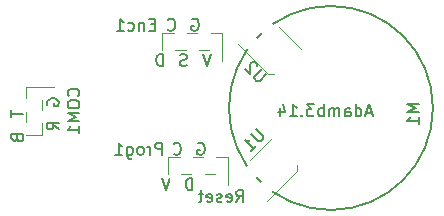
<source format=gbo>
G04 #@! TF.GenerationSoftware,KiCad,Pcbnew,5.1.5+dfsg1-2build2*
G04 #@! TF.CreationDate,2021-07-03T20:40:34+02:00*
G04 #@! TF.ProjectId,combined,636f6d62-696e-4656-942e-6b696361645f,rev?*
G04 #@! TF.SameCoordinates,Original*
G04 #@! TF.FileFunction,Legend,Bot*
G04 #@! TF.FilePolarity,Positive*
%FSLAX46Y46*%
G04 Gerber Fmt 4.6, Leading zero omitted, Abs format (unit mm)*
G04 Created by KiCad (PCBNEW 5.1.5+dfsg1-2build2) date 2021-07-03 20:40:34*
%MOMM*%
%LPD*%
G04 APERTURE LIST*
%ADD10C,0.150000*%
%ADD11C,0.120000*%
%ADD12C,1.202000*%
%ADD13C,0.100000*%
%ADD14C,3.602000*%
%ADD15R,0.702000X1.852000*%
%ADD16R,1.852000X0.702000*%
%ADD17O,1.652000X0.992000*%
%ADD18O,1.052000X1.352000*%
G04 APERTURE END LIST*
D10*
X81000000Y-33511904D02*
X80952380Y-33416666D01*
X80952380Y-33273809D01*
X81000000Y-33130952D01*
X81095238Y-33035714D01*
X81190476Y-32988095D01*
X81380952Y-32940476D01*
X81523809Y-32940476D01*
X81714285Y-32988095D01*
X81809523Y-33035714D01*
X81904761Y-33130952D01*
X81952380Y-33273809D01*
X81952380Y-33369047D01*
X81904761Y-33511904D01*
X81857142Y-33559523D01*
X81523809Y-33559523D01*
X81523809Y-33369047D01*
X81952380Y-35559523D02*
X81476190Y-35226190D01*
X81952380Y-34988095D02*
X80952380Y-34988095D01*
X80952380Y-35369047D01*
X81000000Y-35464285D01*
X81047619Y-35511904D01*
X81142857Y-35559523D01*
X81285714Y-35559523D01*
X81380952Y-35511904D01*
X81428571Y-35464285D01*
X81476190Y-35369047D01*
X81476190Y-34988095D01*
X77952380Y-33964285D02*
X77952380Y-34535714D01*
X78952380Y-34250000D02*
X77952380Y-34250000D01*
X78428571Y-36321428D02*
X78476190Y-36464285D01*
X78523809Y-36511904D01*
X78619047Y-36559523D01*
X78761904Y-36559523D01*
X78857142Y-36511904D01*
X78904761Y-36464285D01*
X78952380Y-36369047D01*
X78952380Y-35988095D01*
X77952380Y-35988095D01*
X77952380Y-36321428D01*
X78000000Y-36416666D01*
X78047619Y-36464285D01*
X78142857Y-36511904D01*
X78238095Y-36511904D01*
X78333333Y-36464285D01*
X78380952Y-36416666D01*
X78428571Y-36321428D01*
X78428571Y-35988095D01*
X90761904Y-30202380D02*
X90761904Y-29202380D01*
X90523809Y-29202380D01*
X90380952Y-29250000D01*
X90285714Y-29345238D01*
X90238095Y-29440476D01*
X90190476Y-29630952D01*
X90190476Y-29773809D01*
X90238095Y-29964285D01*
X90285714Y-30059523D01*
X90380952Y-30154761D01*
X90523809Y-30202380D01*
X90761904Y-30202380D01*
X91190476Y-27107142D02*
X91238095Y-27154761D01*
X91380952Y-27202380D01*
X91476190Y-27202380D01*
X91619047Y-27154761D01*
X91714285Y-27059523D01*
X91761904Y-26964285D01*
X91809523Y-26773809D01*
X91809523Y-26630952D01*
X91761904Y-26440476D01*
X91714285Y-26345238D01*
X91619047Y-26250000D01*
X91476190Y-26202380D01*
X91380952Y-26202380D01*
X91238095Y-26250000D01*
X91190476Y-26297619D01*
X92785714Y-30154761D02*
X92642857Y-30202380D01*
X92404761Y-30202380D01*
X92309523Y-30154761D01*
X92261904Y-30107142D01*
X92214285Y-30011904D01*
X92214285Y-29916666D01*
X92261904Y-29821428D01*
X92309523Y-29773809D01*
X92404761Y-29726190D01*
X92595238Y-29678571D01*
X92690476Y-29630952D01*
X92738095Y-29583333D01*
X92785714Y-29488095D01*
X92785714Y-29392857D01*
X92738095Y-29297619D01*
X92690476Y-29250000D01*
X92595238Y-29202380D01*
X92357142Y-29202380D01*
X92214285Y-29250000D01*
X93238095Y-26250000D02*
X93333333Y-26202380D01*
X93476190Y-26202380D01*
X93619047Y-26250000D01*
X93714285Y-26345238D01*
X93761904Y-26440476D01*
X93809523Y-26630952D01*
X93809523Y-26773809D01*
X93761904Y-26964285D01*
X93714285Y-27059523D01*
X93619047Y-27154761D01*
X93476190Y-27202380D01*
X93380952Y-27202380D01*
X93238095Y-27154761D01*
X93190476Y-27107142D01*
X93190476Y-26773809D01*
X93380952Y-26773809D01*
X94833333Y-29202380D02*
X94500000Y-30202380D01*
X94166666Y-29202380D01*
X91690476Y-37607142D02*
X91738095Y-37654761D01*
X91880952Y-37702380D01*
X91976190Y-37702380D01*
X92119047Y-37654761D01*
X92214285Y-37559523D01*
X92261904Y-37464285D01*
X92309523Y-37273809D01*
X92309523Y-37130952D01*
X92261904Y-36940476D01*
X92214285Y-36845238D01*
X92119047Y-36750000D01*
X91976190Y-36702380D01*
X91880952Y-36702380D01*
X91738095Y-36750000D01*
X91690476Y-36797619D01*
X93261904Y-40702380D02*
X93261904Y-39702380D01*
X93023809Y-39702380D01*
X92880952Y-39750000D01*
X92785714Y-39845238D01*
X92738095Y-39940476D01*
X92690476Y-40130952D01*
X92690476Y-40273809D01*
X92738095Y-40464285D01*
X92785714Y-40559523D01*
X92880952Y-40654761D01*
X93023809Y-40702380D01*
X93261904Y-40702380D01*
X96988095Y-41702380D02*
X97321428Y-41226190D01*
X97559523Y-41702380D02*
X97559523Y-40702380D01*
X97178571Y-40702380D01*
X97083333Y-40750000D01*
X97035714Y-40797619D01*
X96988095Y-40892857D01*
X96988095Y-41035714D01*
X97035714Y-41130952D01*
X97083333Y-41178571D01*
X97178571Y-41226190D01*
X97559523Y-41226190D01*
X96178571Y-41654761D02*
X96273809Y-41702380D01*
X96464285Y-41702380D01*
X96559523Y-41654761D01*
X96607142Y-41559523D01*
X96607142Y-41178571D01*
X96559523Y-41083333D01*
X96464285Y-41035714D01*
X96273809Y-41035714D01*
X96178571Y-41083333D01*
X96130952Y-41178571D01*
X96130952Y-41273809D01*
X96607142Y-41369047D01*
X95750000Y-41654761D02*
X95654761Y-41702380D01*
X95464285Y-41702380D01*
X95369047Y-41654761D01*
X95321428Y-41559523D01*
X95321428Y-41511904D01*
X95369047Y-41416666D01*
X95464285Y-41369047D01*
X95607142Y-41369047D01*
X95702380Y-41321428D01*
X95750000Y-41226190D01*
X95750000Y-41178571D01*
X95702380Y-41083333D01*
X95607142Y-41035714D01*
X95464285Y-41035714D01*
X95369047Y-41083333D01*
X94511904Y-41654761D02*
X94607142Y-41702380D01*
X94797619Y-41702380D01*
X94892857Y-41654761D01*
X94940476Y-41559523D01*
X94940476Y-41178571D01*
X94892857Y-41083333D01*
X94797619Y-41035714D01*
X94607142Y-41035714D01*
X94511904Y-41083333D01*
X94464285Y-41178571D01*
X94464285Y-41273809D01*
X94940476Y-41369047D01*
X94178571Y-41035714D02*
X93797619Y-41035714D01*
X94035714Y-40702380D02*
X94035714Y-41559523D01*
X93988095Y-41654761D01*
X93892857Y-41702380D01*
X93797619Y-41702380D01*
X93738095Y-36750000D02*
X93833333Y-36702380D01*
X93976190Y-36702380D01*
X94119047Y-36750000D01*
X94214285Y-36845238D01*
X94261904Y-36940476D01*
X94309523Y-37130952D01*
X94309523Y-37273809D01*
X94261904Y-37464285D01*
X94214285Y-37559523D01*
X94119047Y-37654761D01*
X93976190Y-37702380D01*
X93880952Y-37702380D01*
X93738095Y-37654761D01*
X93690476Y-37607142D01*
X93690476Y-37273809D01*
X93880952Y-37273809D01*
X91333333Y-39702380D02*
X91000000Y-40702380D01*
X90666666Y-39702380D01*
X108428571Y-34166666D02*
X107952380Y-34166666D01*
X108523809Y-34452380D02*
X108190476Y-33452380D01*
X107857142Y-34452380D01*
X107095238Y-34452380D02*
X107095238Y-33452380D01*
X107095238Y-34404761D02*
X107190476Y-34452380D01*
X107380952Y-34452380D01*
X107476190Y-34404761D01*
X107523809Y-34357142D01*
X107571428Y-34261904D01*
X107571428Y-33976190D01*
X107523809Y-33880952D01*
X107476190Y-33833333D01*
X107380952Y-33785714D01*
X107190476Y-33785714D01*
X107095238Y-33833333D01*
X106190476Y-34452380D02*
X106190476Y-33928571D01*
X106238095Y-33833333D01*
X106333333Y-33785714D01*
X106523809Y-33785714D01*
X106619047Y-33833333D01*
X106190476Y-34404761D02*
X106285714Y-34452380D01*
X106523809Y-34452380D01*
X106619047Y-34404761D01*
X106666666Y-34309523D01*
X106666666Y-34214285D01*
X106619047Y-34119047D01*
X106523809Y-34071428D01*
X106285714Y-34071428D01*
X106190476Y-34023809D01*
X105714285Y-34452380D02*
X105714285Y-33785714D01*
X105714285Y-33880952D02*
X105666666Y-33833333D01*
X105571428Y-33785714D01*
X105428571Y-33785714D01*
X105333333Y-33833333D01*
X105285714Y-33928571D01*
X105285714Y-34452380D01*
X105285714Y-33928571D02*
X105238095Y-33833333D01*
X105142857Y-33785714D01*
X105000000Y-33785714D01*
X104904761Y-33833333D01*
X104857142Y-33928571D01*
X104857142Y-34452380D01*
X104380952Y-34452380D02*
X104380952Y-33452380D01*
X104380952Y-33833333D02*
X104285714Y-33785714D01*
X104095238Y-33785714D01*
X104000000Y-33833333D01*
X103952380Y-33880952D01*
X103904761Y-33976190D01*
X103904761Y-34261904D01*
X103952380Y-34357142D01*
X104000000Y-34404761D01*
X104095238Y-34452380D01*
X104285714Y-34452380D01*
X104380952Y-34404761D01*
X103571428Y-33452380D02*
X102952380Y-33452380D01*
X103285714Y-33833333D01*
X103142857Y-33833333D01*
X103047619Y-33880952D01*
X103000000Y-33928571D01*
X102952380Y-34023809D01*
X102952380Y-34261904D01*
X103000000Y-34357142D01*
X103047619Y-34404761D01*
X103142857Y-34452380D01*
X103428571Y-34452380D01*
X103523809Y-34404761D01*
X103571428Y-34357142D01*
X102523809Y-34357142D02*
X102476190Y-34404761D01*
X102523809Y-34452380D01*
X102571428Y-34404761D01*
X102523809Y-34357142D01*
X102523809Y-34452380D01*
X101523809Y-34452380D02*
X102095238Y-34452380D01*
X101809523Y-34452380D02*
X101809523Y-33452380D01*
X101904761Y-33595238D01*
X102000000Y-33690476D01*
X102095238Y-33738095D01*
X100666666Y-33785714D02*
X100666666Y-34452380D01*
X100904761Y-33404761D02*
X101142857Y-34119047D01*
X100523809Y-34119047D01*
D11*
X100152117Y-30845082D02*
X99685427Y-30845082D01*
X99685427Y-30845082D02*
X97153984Y-28313640D01*
X100597595Y-26892355D02*
X102436072Y-28730833D01*
X102095082Y-38597883D02*
X102095082Y-39064573D01*
X102095082Y-39064573D02*
X99563640Y-41596016D01*
X98142355Y-38152405D02*
X99980833Y-36313928D01*
D10*
X113636934Y-33750000D02*
G75*
G03X113636934Y-33750000I-8636934J0D01*
G01*
D11*
X95810000Y-28820000D02*
X95810000Y-27430000D01*
X90690000Y-28820000D02*
X90690000Y-27430000D01*
X95810000Y-28820000D02*
X95810000Y-29815000D01*
X95810000Y-28820000D02*
X95810000Y-28820000D01*
X90690000Y-27430000D02*
X90690000Y-27430000D01*
X95810000Y-27430000D02*
X94810000Y-27430000D01*
X93690000Y-27430000D02*
X92810000Y-27430000D01*
X91690000Y-27430000D02*
X90690000Y-27430000D01*
X94690000Y-28820000D02*
X93810000Y-28820000D01*
X92690000Y-28820000D02*
X91810000Y-28820000D01*
X93190000Y-39320000D02*
X92310000Y-39320000D01*
X95190000Y-39320000D02*
X94310000Y-39320000D01*
X92190000Y-37930000D02*
X91190000Y-37930000D01*
X94190000Y-37930000D02*
X93310000Y-37930000D01*
X96310000Y-37930000D02*
X95310000Y-37930000D01*
X91190000Y-37930000D02*
X91190000Y-37930000D01*
X96310000Y-39320000D02*
X96310000Y-39320000D01*
X96310000Y-39320000D02*
X96310000Y-40315000D01*
X91190000Y-39320000D02*
X91190000Y-37930000D01*
X96310000Y-39320000D02*
X96310000Y-37930000D01*
X80570000Y-35060000D02*
X80570000Y-36060000D01*
X80570000Y-33060000D02*
X80570000Y-33940000D01*
X79180000Y-34060000D02*
X79180000Y-34940000D01*
X79180000Y-31940000D02*
X79180000Y-32940000D01*
X79180000Y-36060000D02*
X79180000Y-36060000D01*
X80570000Y-31940000D02*
X80570000Y-31940000D01*
X80570000Y-31940000D02*
X81565000Y-31940000D01*
X80570000Y-36060000D02*
X79180000Y-36060000D01*
X80570000Y-31940000D02*
X79180000Y-31940000D01*
D10*
X99529526Y-30876396D02*
X98957106Y-31448816D01*
X98856091Y-31482488D01*
X98788747Y-31482488D01*
X98687732Y-31448816D01*
X98553045Y-31314129D01*
X98519373Y-31213114D01*
X98519373Y-31145770D01*
X98553045Y-31044755D01*
X99125465Y-30472335D01*
X98755075Y-30236633D02*
X98755075Y-30169290D01*
X98721404Y-30068274D01*
X98553045Y-29899916D01*
X98452030Y-29866244D01*
X98384686Y-29866244D01*
X98283671Y-29899916D01*
X98216327Y-29967259D01*
X98148984Y-30101946D01*
X98148984Y-30910068D01*
X97711251Y-30472335D01*
X98651522Y-35574026D02*
X99223942Y-36146446D01*
X99257614Y-36247461D01*
X99257614Y-36314805D01*
X99223942Y-36415820D01*
X99089255Y-36550507D01*
X98988240Y-36584179D01*
X98920896Y-36584179D01*
X98819881Y-36550507D01*
X98247461Y-35978087D01*
X98247461Y-37392301D02*
X98651522Y-36988240D01*
X98449492Y-37190270D02*
X97742385Y-36483164D01*
X97910744Y-36516835D01*
X98045431Y-36516835D01*
X98146446Y-36483164D01*
X112452380Y-33440476D02*
X111452380Y-33440476D01*
X112166666Y-33773809D01*
X111452380Y-34107142D01*
X112452380Y-34107142D01*
X112452380Y-35107142D02*
X112452380Y-34535714D01*
X112452380Y-34821428D02*
X111452380Y-34821428D01*
X111595238Y-34726190D01*
X111690476Y-34630952D01*
X111738095Y-34535714D01*
X90071428Y-26678571D02*
X89738095Y-26678571D01*
X89595238Y-27202380D02*
X90071428Y-27202380D01*
X90071428Y-26202380D01*
X89595238Y-26202380D01*
X89166666Y-26535714D02*
X89166666Y-27202380D01*
X89166666Y-26630952D02*
X89119047Y-26583333D01*
X89023809Y-26535714D01*
X88880952Y-26535714D01*
X88785714Y-26583333D01*
X88738095Y-26678571D01*
X88738095Y-27202380D01*
X87833333Y-27154761D02*
X87928571Y-27202380D01*
X88119047Y-27202380D01*
X88214285Y-27154761D01*
X88261904Y-27107142D01*
X88309523Y-27011904D01*
X88309523Y-26726190D01*
X88261904Y-26630952D01*
X88214285Y-26583333D01*
X88119047Y-26535714D01*
X87928571Y-26535714D01*
X87833333Y-26583333D01*
X86880952Y-27202380D02*
X87452380Y-27202380D01*
X87166666Y-27202380D02*
X87166666Y-26202380D01*
X87261904Y-26345238D01*
X87357142Y-26440476D01*
X87452380Y-26488095D01*
X90702380Y-37702380D02*
X90702380Y-36702380D01*
X90321428Y-36702380D01*
X90226190Y-36750000D01*
X90178571Y-36797619D01*
X90130952Y-36892857D01*
X90130952Y-37035714D01*
X90178571Y-37130952D01*
X90226190Y-37178571D01*
X90321428Y-37226190D01*
X90702380Y-37226190D01*
X89702380Y-37702380D02*
X89702380Y-37035714D01*
X89702380Y-37226190D02*
X89654761Y-37130952D01*
X89607142Y-37083333D01*
X89511904Y-37035714D01*
X89416666Y-37035714D01*
X88940476Y-37702380D02*
X89035714Y-37654761D01*
X89083333Y-37607142D01*
X89130952Y-37511904D01*
X89130952Y-37226190D01*
X89083333Y-37130952D01*
X89035714Y-37083333D01*
X88940476Y-37035714D01*
X88797619Y-37035714D01*
X88702380Y-37083333D01*
X88654761Y-37130952D01*
X88607142Y-37226190D01*
X88607142Y-37511904D01*
X88654761Y-37607142D01*
X88702380Y-37654761D01*
X88797619Y-37702380D01*
X88940476Y-37702380D01*
X87750000Y-37035714D02*
X87750000Y-37845238D01*
X87797619Y-37940476D01*
X87845238Y-37988095D01*
X87940476Y-38035714D01*
X88083333Y-38035714D01*
X88178571Y-37988095D01*
X87750000Y-37654761D02*
X87845238Y-37702380D01*
X88035714Y-37702380D01*
X88130952Y-37654761D01*
X88178571Y-37607142D01*
X88226190Y-37511904D01*
X88226190Y-37226190D01*
X88178571Y-37130952D01*
X88130952Y-37083333D01*
X88035714Y-37035714D01*
X87845238Y-37035714D01*
X87750000Y-37083333D01*
X86750000Y-37702380D02*
X87321428Y-37702380D01*
X87035714Y-37702380D02*
X87035714Y-36702380D01*
X87130952Y-36845238D01*
X87226190Y-36940476D01*
X87321428Y-36988095D01*
X83607142Y-32738095D02*
X83654761Y-32690476D01*
X83702380Y-32547619D01*
X83702380Y-32452380D01*
X83654761Y-32309523D01*
X83559523Y-32214285D01*
X83464285Y-32166666D01*
X83273809Y-32119047D01*
X83130952Y-32119047D01*
X82940476Y-32166666D01*
X82845238Y-32214285D01*
X82750000Y-32309523D01*
X82702380Y-32452380D01*
X82702380Y-32547619D01*
X82750000Y-32690476D01*
X82797619Y-32738095D01*
X82702380Y-33357142D02*
X82702380Y-33547619D01*
X82750000Y-33642857D01*
X82845238Y-33738095D01*
X83035714Y-33785714D01*
X83369047Y-33785714D01*
X83559523Y-33738095D01*
X83654761Y-33642857D01*
X83702380Y-33547619D01*
X83702380Y-33357142D01*
X83654761Y-33261904D01*
X83559523Y-33166666D01*
X83369047Y-33119047D01*
X83035714Y-33119047D01*
X82845238Y-33166666D01*
X82750000Y-33261904D01*
X82702380Y-33357142D01*
X83702380Y-34214285D02*
X82702380Y-34214285D01*
X83416666Y-34547619D01*
X82702380Y-34880952D01*
X83702380Y-34880952D01*
X83702380Y-35880952D02*
X83702380Y-35309523D01*
X83702380Y-35595238D02*
X82702380Y-35595238D01*
X82845238Y-35500000D01*
X82940476Y-35404761D01*
X82988095Y-35309523D01*
%LPC*%
D12*
X102209798Y-29664214D02*
X102492640Y-29947056D01*
X100937006Y-30937006D02*
X101219848Y-31219848D01*
D13*
G36*
X98135323Y-27372970D02*
G01*
X98161810Y-27376899D01*
X98187784Y-27383405D01*
X98212996Y-27392426D01*
X98237201Y-27403874D01*
X98260169Y-27417640D01*
X98281676Y-27433591D01*
X98301516Y-27451573D01*
X99048427Y-28198484D01*
X99066409Y-28218324D01*
X99082360Y-28239831D01*
X99096126Y-28262799D01*
X99107574Y-28287004D01*
X99116595Y-28312216D01*
X99123101Y-28338190D01*
X99127030Y-28364677D01*
X99128344Y-28391421D01*
X99127030Y-28418165D01*
X99123101Y-28444652D01*
X99116595Y-28470626D01*
X99107574Y-28495838D01*
X99096126Y-28520043D01*
X99082360Y-28543011D01*
X99066409Y-28564518D01*
X99048427Y-28584358D01*
X98584358Y-29048427D01*
X98564518Y-29066409D01*
X98543011Y-29082360D01*
X98520043Y-29096126D01*
X98495838Y-29107574D01*
X98470626Y-29116595D01*
X98444652Y-29123101D01*
X98418165Y-29127030D01*
X98391421Y-29128344D01*
X98364677Y-29127030D01*
X98338190Y-29123101D01*
X98312216Y-29116595D01*
X98287004Y-29107574D01*
X98262799Y-29096126D01*
X98239831Y-29082360D01*
X98218324Y-29066409D01*
X98198484Y-29048427D01*
X97451573Y-28301516D01*
X97433591Y-28281676D01*
X97417640Y-28260169D01*
X97403874Y-28237201D01*
X97392426Y-28212996D01*
X97383405Y-28187784D01*
X97376899Y-28161810D01*
X97372970Y-28135323D01*
X97371656Y-28108579D01*
X97372970Y-28081835D01*
X97376899Y-28055348D01*
X97383405Y-28029374D01*
X97392426Y-28004162D01*
X97403874Y-27979957D01*
X97417640Y-27956989D01*
X97433591Y-27935482D01*
X97451573Y-27915642D01*
X97915642Y-27451573D01*
X97935482Y-27433591D01*
X97956989Y-27417640D01*
X97979957Y-27403874D01*
X98004162Y-27392426D01*
X98029374Y-27383405D01*
X98055348Y-27376899D01*
X98081835Y-27372970D01*
X98108579Y-27371656D01*
X98135323Y-27372970D01*
G37*
D12*
X99381371Y-26835787D02*
X99664213Y-27118629D01*
X100914214Y-36540202D02*
X101197056Y-36257360D01*
X102187006Y-37812994D02*
X102469848Y-37530152D01*
D13*
G36*
X99668165Y-39622970D02*
G01*
X99694652Y-39626899D01*
X99720626Y-39633405D01*
X99745838Y-39642426D01*
X99770043Y-39653874D01*
X99793011Y-39667640D01*
X99814518Y-39683591D01*
X99834358Y-39701573D01*
X100298427Y-40165642D01*
X100316409Y-40185482D01*
X100332360Y-40206989D01*
X100346126Y-40229957D01*
X100357574Y-40254162D01*
X100366595Y-40279374D01*
X100373101Y-40305348D01*
X100377030Y-40331835D01*
X100378344Y-40358579D01*
X100377030Y-40385323D01*
X100373101Y-40411810D01*
X100366595Y-40437784D01*
X100357574Y-40462996D01*
X100346126Y-40487201D01*
X100332360Y-40510169D01*
X100316409Y-40531676D01*
X100298427Y-40551516D01*
X99551516Y-41298427D01*
X99531676Y-41316409D01*
X99510169Y-41332360D01*
X99487201Y-41346126D01*
X99462996Y-41357574D01*
X99437784Y-41366595D01*
X99411810Y-41373101D01*
X99385323Y-41377030D01*
X99358579Y-41378344D01*
X99331835Y-41377030D01*
X99305348Y-41373101D01*
X99279374Y-41366595D01*
X99254162Y-41357574D01*
X99229957Y-41346126D01*
X99206989Y-41332360D01*
X99185482Y-41316409D01*
X99165642Y-41298427D01*
X98701573Y-40834358D01*
X98683591Y-40814518D01*
X98667640Y-40793011D01*
X98653874Y-40770043D01*
X98642426Y-40745838D01*
X98633405Y-40720626D01*
X98626899Y-40694652D01*
X98622970Y-40668165D01*
X98621656Y-40641421D01*
X98622970Y-40614677D01*
X98626899Y-40588190D01*
X98633405Y-40562216D01*
X98642426Y-40537004D01*
X98653874Y-40512799D01*
X98667640Y-40489831D01*
X98683591Y-40468324D01*
X98701573Y-40448484D01*
X99448484Y-39701573D01*
X99468324Y-39683591D01*
X99489831Y-39667640D01*
X99512799Y-39653874D01*
X99537004Y-39642426D01*
X99562216Y-39633405D01*
X99588190Y-39626899D01*
X99614677Y-39622970D01*
X99641421Y-39621656D01*
X99668165Y-39622970D01*
G37*
D12*
X98085787Y-39368629D02*
X98368629Y-39085787D01*
D14*
X105000000Y-40250000D03*
X105000000Y-27250000D03*
D15*
X95250000Y-29000000D03*
X93250000Y-29000000D03*
X91250000Y-29000000D03*
X94250000Y-27250000D03*
X92250000Y-27250000D03*
X92750000Y-37750000D03*
X94750000Y-37750000D03*
X91750000Y-39500000D03*
X93750000Y-39500000D03*
X95750000Y-39500000D03*
D16*
X79000000Y-35500000D03*
X79000000Y-33500000D03*
X80750000Y-34500000D03*
X80750000Y-32500000D03*
D17*
X78950000Y-37250000D03*
X78950000Y-30250000D03*
D18*
X81650000Y-36250000D03*
X81650000Y-31250000D03*
M02*

</source>
